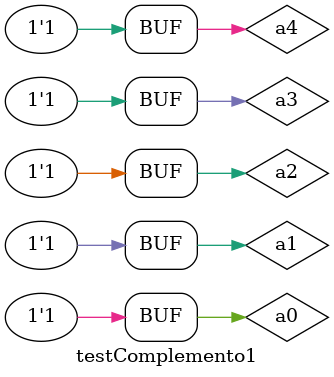
<source format=v>

module complemento1 (s0, s1, s2, s3, s4, a4, a3, a2, a1, a0);
 output s0, s1, s2, s3, s4;
 input a4, a3, a2, a1, a0;
 
 not NOT1 (s0, a0);
 not NOT2 (s1, a1);
 not NOT3 (s2, a2);
 not NOT4 (s3, a3);
 not NOT5 (s4, a4);
 
endmodule

module testComplemento1;
 reg a4, a3, a2, a1, a0;
 wire s0, s1, s2, s3, s4;
 
 complemento1 Test01 (s0, s1, s2, s3, s4, a4, a3, a2, a1, a0);
 
 initial begin
      $display("Marden Batista - 388613");
      $display("Exe 01 - Complemento de 1");
      $display("\n a4 a3 a2 a1 a0 = s4 s3 s2 s1 s0");
		$monitor(" %b  %b  %b  %b  %b =  %b  %b  %b  %b  %b", a4, a3, a2, a1, a0, s4, s3, s2, s1, s0);
												
												//Dec
	#1 a4=0; a3=0; a2=0; a1=0; a0=0; //00
	#1 a4=0; a3=0; a2=0; a1=0; a0=1; //01
	#1 a4=0; a3=0; a2=0; a1=1; a0=0; //02
	#1 a4=0; a3=0; a2=0; a1=1; a0=1; //03
	#1 a4=0; a3=0; a2=1; a1=0; a0=0; //04
	#1 a4=0; a3=0; a2=1; a1=0; a0=1; //05
	#1 a4=0; a3=0; a2=1; a1=1; a0=0; //06
	#1 a4=0; a3=0; a2=1; a1=1; a0=1; //07
	#1 a4=0; a3=1; a2=0; a1=0; a0=0; //08
	#1 a4=0; a3=1; a2=0; a1=0; a0=1; //09
	#1 a4=0; a3=1; a2=0; a1=1; a0=0; //10
	#1 a4=0; a3=1; a2=0; a1=1; a0=1; //11
	#1 a4=0; a3=1; a2=1; a1=0; a0=0; //12
	#1 a4=0; a3=1; a2=1; a1=0; a0=1; //13
	#1 a4=0; a3=1; a2=1; a1=1; a0=0; //14
	#1 a4=0; a3=1; a2=1; a1=1; a0=1; //15
	#1 a4=1; a3=0; a2=0; a1=0; a0=0; //16
	#1 a4=1; a3=0; a2=0; a1=0; a0=1; //17
	#1 a4=1; a3=0; a2=0; a1=1; a0=0; //18
	#1 a4=1; a3=0; a2=0; a1=1; a0=1; //19
	#1 a4=1; a3=0; a2=1; a1=0; a0=0; //20
	#1 a4=1; a3=0; a2=1; a1=0; a0=1; //21
	#1 a4=1; a3=0; a2=1; a1=1; a0=0; //22
	#1 a4=1; a3=0; a2=1; a1=1; a0=1; //23
	#1 a4=1; a3=1; a2=0; a1=0; a0=0; //24
	#1 a4=1; a3=1; a2=0; a1=0; a0=1; //25
	#1 a4=1; a3=1; a2=0; a1=1; a0=0; //26
	#1 a4=1; a3=1; a2=0; a1=1; a0=1; //27
	#1 a4=1; a3=1; a2=1; a1=0; a0=0; //28
	#1 a4=1; a3=1; a2=1; a1=0; a0=1; //29
	#1 a4=1; a3=1; a2=1; a1=1; a0=0; //30
	#1 a4=1; a3=1; a2=1; a1=1; a0=1; //31	
 end
endmodule
</source>
